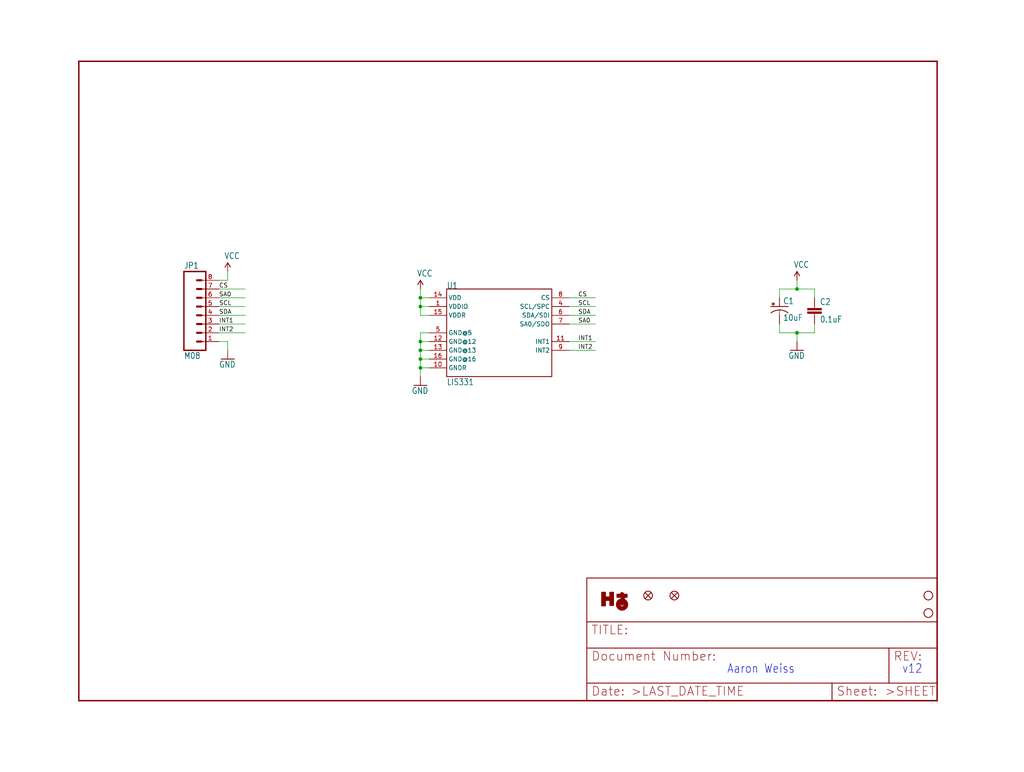
<source format=kicad_sch>
(kicad_sch (version 20211123) (generator eeschema)
  (paper "User" 297.002 223.926)
  (lib_symbols
    (symbol "eagleSchem-eagle-import:CAP0402-CAP"
      (property "Reference" "C" (at 1.524 2.921 0))
      (property "Value" "CAP0402-CAP" (at 1.524 -2.159 0))
      (symbol "CAP0402-CAP_1_0"
        (rectangle (start -2.032 0.508) (end 2.032 1.016) (fill (type outline)))
        (rectangle (start -2.032 1.524) (end 2.032 2.032) (fill (type outline)))
        (polyline (pts (xy 0 0) (xy 0 0.508)) (stroke (width 0.1524)))
        (polyline (pts (xy 0 2.54) (xy 0 2.032)) (stroke (width 0.1524)))
        (pin passive line (at 0 5.08 270) (length 2.54) (name "1") (number "1"))
        (pin passive line (at 0 -2.54 90) (length 2.54) (name "2") (number "2"))
      )
    )
    (symbol "eagleSchem-eagle-import:CAP_POL1206"
      (property "Reference" "C" (at 1.016 0.635 0))
      (property "Value" "CAP_POL1206" (at 1.016 -4.191 0))
      (symbol "CAP_POL1206_1_0"
        (rectangle (start -2.253 0.668) (end -1.364 0.795) (fill (type outline)))
        (rectangle (start -1.872 0.287) (end -1.745 1.176) (fill (type outline)))
        (arc (start 0 -1.0161) (mid -1.3021 -1.2302) (end -2.4669 -1.8504) (stroke (width 0.254)))
        (polyline (pts (xy -2.54 0) (xy 2.54 0)) (stroke (width 0.254)))
        (polyline (pts (xy 0 -1.016) (xy 0 -2.54)) (stroke (width 0.1524)))
        (arc (start 2.4892 -1.8542) (mid 1.3158 -1.2195) (end 0 -1) (stroke (width 0.254)))
        (pin passive line (at 0 2.54 270) (length 2.54) (name "+") (number "A"))
        (pin passive line (at 0 -5.08 90) (length 2.54) (name "-") (number "C"))
      )
    )
    (symbol "eagleSchem-eagle-import:FIDUCIAL1X2"
      (symbol "FIDUCIAL1X2_1_0"
        (polyline (pts (xy -0.762 0.762) (xy 0.762 -0.762)) (stroke (width 0.254)))
        (polyline (pts (xy 0.762 0.762) (xy -0.762 -0.762)) (stroke (width 0.254)))
        (circle (center 0 0) (radius 1.27) (stroke (width 0.254)))
      )
    )
    (symbol "eagleSchem-eagle-import:FRAME-LETTER"
      (symbol "FRAME-LETTER_1_0"
        (polyline (pts (xy 0 0) (xy 248.92 0)) (stroke (width 0.4064)))
        (polyline (pts (xy 0 185.42) (xy 0 0)) (stroke (width 0.4064)))
        (polyline (pts (xy 0 185.42) (xy 248.92 185.42)) (stroke (width 0.4064)))
        (polyline (pts (xy 248.92 185.42) (xy 248.92 0)) (stroke (width 0.4064)))
      )
      (symbol "FRAME-LETTER_2_0"
        (polyline (pts (xy 0 0) (xy 0 5.08)) (stroke (width 0.254)))
        (polyline (pts (xy 0 0) (xy 71.12 0)) (stroke (width 0.254)))
        (polyline (pts (xy 0 5.08) (xy 0 15.24)) (stroke (width 0.254)))
        (polyline (pts (xy 0 5.08) (xy 71.12 5.08)) (stroke (width 0.254)))
        (polyline (pts (xy 0 15.24) (xy 0 22.86)) (stroke (width 0.254)))
        (polyline (pts (xy 0 22.86) (xy 0 35.56)) (stroke (width 0.254)))
        (polyline (pts (xy 0 22.86) (xy 101.6 22.86)) (stroke (width 0.254)))
        (polyline (pts (xy 71.12 0) (xy 101.6 0)) (stroke (width 0.254)))
        (polyline (pts (xy 71.12 5.08) (xy 71.12 0)) (stroke (width 0.254)))
        (polyline (pts (xy 71.12 5.08) (xy 87.63 5.08)) (stroke (width 0.254)))
        (polyline (pts (xy 87.63 5.08) (xy 101.6 5.08)) (stroke (width 0.254)))
        (polyline (pts (xy 87.63 15.24) (xy 0 15.24)) (stroke (width 0.254)))
        (polyline (pts (xy 87.63 15.24) (xy 87.63 5.08)) (stroke (width 0.254)))
        (polyline (pts (xy 101.6 5.08) (xy 101.6 0)) (stroke (width 0.254)))
        (polyline (pts (xy 101.6 15.24) (xy 87.63 15.24)) (stroke (width 0.254)))
        (polyline (pts (xy 101.6 15.24) (xy 101.6 5.08)) (stroke (width 0.254)))
        (polyline (pts (xy 101.6 22.86) (xy 101.6 15.24)) (stroke (width 0.254)))
        (polyline (pts (xy 101.6 35.56) (xy 0 35.56)) (stroke (width 0.254)))
        (polyline (pts (xy 101.6 35.56) (xy 101.6 22.86)) (stroke (width 0.254)))
        (text ">LAST_DATE_TIME" (at 12.7 1.27 0) (effects (font (size 2.54 2.54)) (justify left bottom)))
        (text ">SHEET" (at 86.36 1.27 0) (effects (font (size 2.54 2.54)) (justify left bottom)))
        (text "Date:" (at 1.27 1.27 0) (effects (font (size 2.54 2.54)) (justify left bottom)))
        (text "Document Number:" (at 1.27 11.43 0) (effects (font (size 2.54 2.54)) (justify left bottom)))
        (text "REV:" (at 88.9 11.43 0) (effects (font (size 2.54 2.54)) (justify left bottom)))
        (text "Sheet:" (at 72.39 1.27 0) (effects (font (size 2.54 2.54)) (justify left bottom)))
        (text "TITLE:" (at 1.27 19.05 0) (effects (font (size 2.54 2.54)) (justify left bottom)))
      )
    )
    (symbol "eagleSchem-eagle-import:GND" (power)
      (property "Value" "GND" (at -2.54 -2.54 0))
      (symbol "GND_1_0"
        (polyline (pts (xy -1.905 0) (xy 1.905 0)) (stroke (width 0.254)))
        (pin power_in line (at 0 2.54 270) (length 2.54) (name "GND") (number "1"))
      )
    )
    (symbol "eagleSchem-eagle-import:LIS331"
      (property "Reference" "U" (at -15.24 12.7 0))
      (property "Value" "LIS331" (at -15.24 -15.24 0))
      (symbol "LIS331_1_0"
        (polyline (pts (xy -15.24 -12.7) (xy -15.24 12.7)) (stroke (width 0.254)))
        (polyline (pts (xy -15.24 12.7) (xy 15.24 12.7)) (stroke (width 0.254)))
        (polyline (pts (xy 15.24 -12.7) (xy -15.24 -12.7)) (stroke (width 0.254)))
        (polyline (pts (xy 15.24 12.7) (xy 15.24 -12.7)) (stroke (width 0.254)))
        (pin bidirectional line (at -20.32 7.62 0) (length 5.08) (name "VDDIO") (number "1"))
        (pin bidirectional line (at -20.32 -10.16 0) (length 5.08) (name "GNDR") (number "10"))
        (pin bidirectional line (at 20.32 -2.54 180) (length 5.08) (name "INT1") (number "11"))
        (pin bidirectional line (at -20.32 -2.54 0) (length 5.08) (name "GND@12") (number "12"))
        (pin bidirectional line (at -20.32 -5.08 0) (length 5.08) (name "GND@13") (number "13"))
        (pin bidirectional line (at -20.32 10.16 0) (length 5.08) (name "VDD") (number "14"))
        (pin bidirectional line (at -20.32 5.08 0) (length 5.08) (name "VDDR") (number "15"))
        (pin bidirectional line (at -20.32 -7.62 0) (length 5.08) (name "GND@16") (number "16"))
        (pin bidirectional line (at 20.32 7.62 180) (length 5.08) (name "SCL/SPC") (number "4"))
        (pin bidirectional line (at -20.32 0 0) (length 5.08) (name "GND@5") (number "5"))
        (pin bidirectional line (at 20.32 5.08 180) (length 5.08) (name "SDA/SDI") (number "6"))
        (pin bidirectional line (at 20.32 2.54 180) (length 5.08) (name "SA0/SDO") (number "7"))
        (pin bidirectional line (at 20.32 10.16 180) (length 5.08) (name "CS") (number "8"))
        (pin bidirectional line (at 20.32 -5.08 180) (length 5.08) (name "INT2") (number "9"))
      )
    )
    (symbol "eagleSchem-eagle-import:M08"
      (property "Reference" "JP" (at -5.08 13.462 0))
      (property "Value" "M08" (at -5.08 -12.7 0))
      (symbol "M08_1_0"
        (polyline (pts (xy -5.08 12.7) (xy -5.08 -10.16)) (stroke (width 0.4064)))
        (polyline (pts (xy -5.08 12.7) (xy 1.27 12.7)) (stroke (width 0.4064)))
        (polyline (pts (xy -1.27 -7.62) (xy 0 -7.62)) (stroke (width 0.6096)))
        (polyline (pts (xy -1.27 -5.08) (xy 0 -5.08)) (stroke (width 0.6096)))
        (polyline (pts (xy -1.27 -2.54) (xy 0 -2.54)) (stroke (width 0.6096)))
        (polyline (pts (xy -1.27 0) (xy 0 0)) (stroke (width 0.6096)))
        (polyline (pts (xy -1.27 2.54) (xy 0 2.54)) (stroke (width 0.6096)))
        (polyline (pts (xy -1.27 5.08) (xy 0 5.08)) (stroke (width 0.6096)))
        (polyline (pts (xy -1.27 7.62) (xy 0 7.62)) (stroke (width 0.6096)))
        (polyline (pts (xy -1.27 10.16) (xy 0 10.16)) (stroke (width 0.6096)))
        (polyline (pts (xy 1.27 -10.16) (xy -5.08 -10.16)) (stroke (width 0.4064)))
        (polyline (pts (xy 1.27 -10.16) (xy 1.27 12.7)) (stroke (width 0.4064)))
        (pin passive line (at 5.08 -7.62 180) (length 5.08) (name "1") (number "1"))
        (pin passive line (at 5.08 -5.08 180) (length 5.08) (name "2") (number "2"))
        (pin passive line (at 5.08 -2.54 180) (length 5.08) (name "3") (number "3"))
        (pin passive line (at 5.08 0 180) (length 5.08) (name "4") (number "4"))
        (pin passive line (at 5.08 2.54 180) (length 5.08) (name "5") (number "5"))
        (pin passive line (at 5.08 5.08 180) (length 5.08) (name "6") (number "6"))
        (pin passive line (at 5.08 7.62 180) (length 5.08) (name "7") (number "7"))
        (pin passive line (at 5.08 10.16 180) (length 5.08) (name "8") (number "8"))
      )
    )
    (symbol "eagleSchem-eagle-import:OSHW-LOGO-SMALL"
      (symbol "OSHW-LOGO-SMALL_1_0"
        (rectangle (start 3.2385 3.048) (end 4.445 7.112) (fill (type outline)))
        (rectangle (start 4.1275 4.6355) (end 6.1595 5.7785) (fill (type outline)))
        (rectangle (start 5.588 3.175) (end 6.7945 7.112) (fill (type outline)))
        (rectangle (start 7.6835 5.5245) (end 10.7315 6.5405) (fill (type outline)))
        (circle (center 9.2075 3.4925) (radius 0.508) (stroke (width 1.27)))
        (arc (start 9.2075 3.7465) (mid 9.439 5.1435) (end 9.2075 6.5405) (stroke (width 1.143)))
      )
    )
    (symbol "eagleSchem-eagle-import:STAND-OFF"
      (symbol "STAND-OFF_1_0"
        (circle (center 0 0) (radius 1.27) (stroke (width 0.254)))
      )
    )
    (symbol "eagleSchem-eagle-import:VCC" (power)
      (property "Value" "VCC" (at -1.016 3.556 0))
      (symbol "VCC_1_0"
        (polyline (pts (xy 0 2.54) (xy -0.762 1.27)) (stroke (width 0.254)))
        (polyline (pts (xy 0.762 1.27) (xy 0 2.54)) (stroke (width 0.254)))
        (pin power_in line (at 0 0 90) (length 2.54) (name "VCC") (number "1"))
      )
    )
  )
  (junction (at 231.14 83.82))
  (junction (at 121.92 104.14))
  (junction (at 231.14 96.52))
  (junction (at 121.92 99.06))
  (junction (at 121.92 88.9))
  (junction (at 121.92 101.6))
  (junction (at 121.92 106.68))
  (junction (at 121.92 86.36))
  (wire (pts (xy 124.46 96.52) (xy 121.92 96.52)))
  (wire (pts (xy 124.46 104.14) (xy 121.92 104.14)))
  (wire (pts (xy 226.06 83.82) (xy 231.14 83.82)))
  (wire (pts (xy 226.06 86.36) (xy 226.06 83.82)))
  (wire (pts (xy 63.5 86.36) (xy 71.12 86.36)))
  (wire (pts (xy 236.22 96.52) (xy 236.22 93.98)))
  (wire (pts (xy 226.06 93.98) (xy 226.06 96.52)))
  (wire (pts (xy 231.14 83.82) (xy 231.14 81.28)))
  (wire (pts (xy 66.04 101.6) (xy 66.04 99.06)))
  (wire (pts (xy 124.46 99.06) (xy 121.92 99.06)))
  (wire (pts (xy 121.92 99.06) (xy 121.92 101.6)))
  (wire (pts (xy 165.1 86.36) (xy 172.72 86.36)))
  (wire (pts (xy 124.46 88.9) (xy 121.92 88.9)))
  (wire (pts (xy 124.46 91.44) (xy 121.92 91.44)))
  (wire (pts (xy 63.5 81.28) (xy 66.04 81.28)))
  (wire (pts (xy 63.5 91.44) (xy 71.12 91.44)))
  (wire (pts (xy 121.92 91.44) (xy 121.92 88.9)))
  (wire (pts (xy 124.46 101.6) (xy 121.92 101.6)))
  (wire (pts (xy 165.1 88.9) (xy 172.72 88.9)))
  (wire (pts (xy 124.46 86.36) (xy 121.92 86.36)))
  (wire (pts (xy 165.1 91.44) (xy 172.72 91.44)))
  (wire (pts (xy 121.92 86.36) (xy 121.92 83.82)))
  (wire (pts (xy 121.92 101.6) (xy 121.92 104.14)))
  (wire (pts (xy 165.1 99.06) (xy 172.72 99.06)))
  (wire (pts (xy 63.5 83.82) (xy 71.12 83.82)))
  (wire (pts (xy 66.04 81.28) (xy 66.04 78.74)))
  (wire (pts (xy 121.92 88.9) (xy 121.92 86.36)))
  (wire (pts (xy 63.5 96.52) (xy 71.12 96.52)))
  (wire (pts (xy 165.1 93.98) (xy 172.72 93.98)))
  (wire (pts (xy 66.04 99.06) (xy 63.5 99.06)))
  (wire (pts (xy 226.06 96.52) (xy 231.14 96.52)))
  (wire (pts (xy 124.46 106.68) (xy 121.92 106.68)))
  (wire (pts (xy 231.14 83.82) (xy 236.22 83.82)))
  (wire (pts (xy 231.14 96.52) (xy 236.22 96.52)))
  (wire (pts (xy 165.1 101.6) (xy 172.72 101.6)))
  (wire (pts (xy 236.22 83.82) (xy 236.22 86.36)))
  (wire (pts (xy 231.14 99.06) (xy 231.14 96.52)))
  (wire (pts (xy 121.92 96.52) (xy 121.92 99.06)))
  (wire (pts (xy 121.92 104.14) (xy 121.92 106.68)))
  (wire (pts (xy 63.5 88.9) (xy 71.12 88.9)))
  (wire (pts (xy 121.92 106.68) (xy 121.92 109.22)))
  (wire (pts (xy 63.5 93.98) (xy 71.12 93.98)))
  (text "v12" (at 261.62 195.58 180) (effects (font (size 2.54 2.159)) (justify left bottom)))
  (text "Aaron Weiss" (at 210.82 195.58 180) (effects (font (size 2.54 2.159)) (justify left bottom)))
  (label "SCL" (at 63.5 88.9 0) (effects (font (size 1.2446 1.2446))))
  (label "SDA" (at 63.5 91.44 0) (effects (font (size 1.2446 1.2446))))
  (label "CS" (at 167.64 86.36 0) (effects (font (size 1.2446 1.2446))))
  (label "SA0" (at 167.64 93.98 0) (effects (font (size 1.2446 1.2446))))
  (label "SCL" (at 167.64 88.9 0) (effects (font (size 1.2446 1.2446))))
  (label "SA0" (at 63.5 86.36 0) (effects (font (size 1.2446 1.2446))))
  (label "INT1" (at 63.5 93.98 0) (effects (font (size 1.2446 1.2446))))
  (label "CS" (at 63.5 83.82 0) (effects (font (size 1.2446 1.2446))))
  (label "SDA" (at 167.64 91.44 0) (effects (font (size 1.2446 1.2446))))
  (label "INT2" (at 63.5 96.52 0) (effects (font (size 1.2446 1.2446))))
  (label "INT2" (at 167.64 101.6 0) (effects (font (size 1.2446 1.2446))))
  (label "INT1" (at 167.64 99.06 0) (effects (font (size 1.2446 1.2446))))
  (symbol (lib_id "eagleSchem-eagle-import:VCC") (at 66.04 78.74 0) (unit 1)
    (property "Reference" "#P+1" (effects hide))
    (property "Value" "VCC" (at 65.024 75.184 0) (effects (font (size 1.778 1.5113)) (justify left bottom)))
    (property "Footprint" "eagleSchem:" (effects hide))
  )
  (symbol (lib_id "eagleSchem-eagle-import:GND") (at 66.04 104.14 0) (unit 1)
    (property "Reference" "#GND2" (effects hide))
    (property "Value" "GND" (at 63.5 106.68 0) (effects (font (size 1.778 1.5113)) (justify left bottom)))
    (property "Footprint" "eagleSchem:" (effects hide))
  )
  (symbol (lib_id "eagleSchem-eagle-import:CAP0402-CAP") (at 236.22 91.44 0) (unit 1)
    (property "Reference" "C2" (at 237.744 88.519 0) (effects (font (size 1.778 1.5113)) (justify left bottom)))
    (property "Value" "0.1uF" (at 237.744 93.599 0) (effects (font (size 1.778 1.5113)) (justify left bottom)))
    (property "Footprint" "eagleSchem:0402-CAP" (effects hide))
  )
  (symbol (lib_id "eagleSchem-eagle-import:STAND-OFF") (at 269.24 172.72 0) (unit 1)
    (property "Reference" "JP4" (effects hide))
    (property "Value" "STAND-OFF" (effects hide))
    (property "Footprint" "eagleSchem:STAND-OFF" (effects hide))
  )
  (symbol (lib_id "eagleSchem-eagle-import:LIS331") (at 144.78 96.52 0) (unit 1)
    (property "Reference" "U1" (at 129.54 83.82 0) (effects (font (size 1.778 1.5113)) (justify left bottom)))
    (property "Value" "LIS331" (at 129.54 111.76 0) (effects (font (size 1.778 1.5113)) (justify left bottom)))
    (property "Footprint" "eagleSchem:LGA16-3MM" (effects hide))
  )
  (symbol (lib_id "eagleSchem-eagle-import:VCC") (at 231.14 81.28 0) (unit 1)
    (property "Reference" "#P+2" (effects hide))
    (property "Value" "VCC" (at 230.124 77.724 0) (effects (font (size 1.778 1.5113)) (justify left bottom)))
    (property "Footprint" "eagleSchem:" (effects hide))
  )
  (symbol (lib_id "eagleSchem-eagle-import:GND") (at 121.92 111.76 0) (unit 1)
    (property "Reference" "#GND5" (effects hide))
    (property "Value" "GND" (at 119.38 114.3 0) (effects (font (size 1.778 1.5113)) (justify left bottom)))
    (property "Footprint" "eagleSchem:" (effects hide))
  )
  (symbol (lib_id "eagleSchem-eagle-import:FRAME-LETTER") (at 170.18 203.2 0) (unit 2)
    (property "Reference" "#FRAME1" (effects hide))
    (property "Value" "FRAME-LETTER" (effects hide))
    (property "Footprint" "eagleSchem:" (effects hide))
  )
  (symbol (lib_id "eagleSchem-eagle-import:M08") (at 58.42 91.44 0) (unit 1)
    (property "Reference" "JP1" (at 53.34 77.978 0) (effects (font (size 1.778 1.5113)) (justify left bottom)))
    (property "Value" "M08" (at 53.34 104.14 0) (effects (font (size 1.778 1.5113)) (justify left bottom)))
    (property "Footprint" "eagleSchem:1X08" (effects hide))
  )
  (symbol (lib_id "eagleSchem-eagle-import:FIDUCIAL1X2") (at 195.58 172.72 0) (unit 1)
    (property "Reference" "JP6" (effects hide))
    (property "Value" "FIDUCIAL1X2" (effects hide))
    (property "Footprint" "eagleSchem:FIDUCIAL-1X2" (effects hide))
  )
  (symbol (lib_id "eagleSchem-eagle-import:GND") (at 231.14 101.6 0) (unit 1)
    (property "Reference" "#GND4" (effects hide))
    (property "Value" "GND" (at 228.6 104.14 0) (effects (font (size 1.778 1.5113)) (justify left bottom)))
    (property "Footprint" "eagleSchem:" (effects hide))
  )
  (symbol (lib_id "eagleSchem-eagle-import:FRAME-LETTER") (at 22.86 203.2 0) (unit 1)
    (property "Reference" "#FRAME1" (effects hide))
    (property "Value" "FRAME-LETTER" (effects hide))
    (property "Footprint" "eagleSchem:" (effects hide))
  )
  (symbol (lib_id "eagleSchem-eagle-import:CAP_POL1206") (at 226.06 88.9 0) (unit 1)
    (property "Reference" "C1" (at 227.076 88.265 0) (effects (font (size 1.778 1.5113)) (justify left bottom)))
    (property "Value" "10uF" (at 227.076 93.091 0) (effects (font (size 1.778 1.5113)) (justify left bottom)))
    (property "Footprint" "eagleSchem:EIA3216" (effects hide))
  )
  (symbol (lib_id "eagleSchem-eagle-import:VCC") (at 121.92 83.82 0) (unit 1)
    (property "Reference" "#P+3" (effects hide))
    (property "Value" "VCC" (at 120.904 80.264 0) (effects (font (size 1.778 1.5113)) (justify left bottom)))
    (property "Footprint" "eagleSchem:" (effects hide))
  )
  (symbol (lib_id "eagleSchem-eagle-import:STAND-OFF") (at 269.24 177.8 0) (unit 1)
    (property "Reference" "JP3" (effects hide))
    (property "Value" "STAND-OFF" (effects hide))
    (property "Footprint" "eagleSchem:STAND-OFF" (effects hide))
  )
  (symbol (lib_id "eagleSchem-eagle-import:OSHW-LOGO-SMALL") (at 171.196 178.816 0) (unit 1)
    (property "Reference" "U$1" (effects hide))
    (property "Value" "OSHW-LOGO-SMALL" (effects hide))
    (property "Footprint" "eagleSchem:OSHW-LOGO-SMALL" (effects hide))
  )
  (symbol (lib_id "eagleSchem-eagle-import:FIDUCIAL1X2") (at 187.96 172.72 0) (unit 1)
    (property "Reference" "JP5" (effects hide))
    (property "Value" "FIDUCIAL1X2" (effects hide))
    (property "Footprint" "eagleSchem:FIDUCIAL-1X2" (effects hide))
  )
)
</source>
